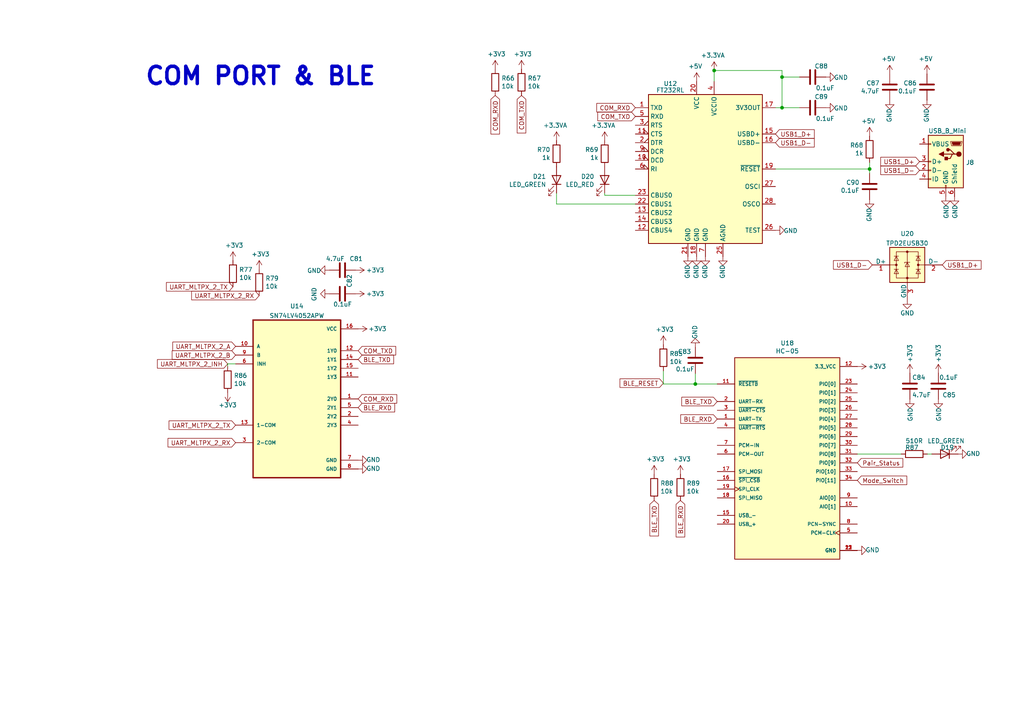
<source format=kicad_sch>
(kicad_sch (version 20211123) (generator eeschema)
  (paper "A4")
  (lib_symbols
    (symbol "Connector:USB_B_Mini" (pin_names (offset 1.016))
      (property "Reference" "J" (at -5.08 11.43 0))
      (property "Value" "USB_B_Mini" (at -5.08 8.89 0))
      (symbol "USB_B_Mini_0_1"
        (rectangle (start -5.08 -7.62) (end 5.08 7.62) (stroke (width 0.254)) (fill (type background)))
        (circle (center -3.81 2.159) (radius 0.635) (stroke (width 0.254)) (fill (type outline)))
        (circle (center -0.635 3.429) (radius 0.381) (stroke (width 0.254)) (fill (type outline)))
        (rectangle (start -0.127 -7.62) (end 0.127 -6.858))
        (polyline (pts (xy -1.905 2.159) (xy 0.635 2.159)) (stroke (width 0.254)))
        (polyline (pts (xy -3.175 2.159) (xy -2.54 2.159) (xy -1.27 3.429) (xy -0.635 3.429)) (stroke (width 0.254)))
        (polyline (pts (xy -2.54 2.159) (xy -1.905 2.159) (xy -1.27 0.889) (xy 0 0.889)) (stroke (width 0.254)))
        (polyline (pts (xy 0.635 2.794) (xy 0.635 1.524) (xy 1.905 2.159) (xy 0.635 2.794)) (stroke (width 0.254)) (fill (type outline)))
        (polyline (pts (xy -4.318 5.588) (xy -1.778 5.588) (xy -2.032 4.826) (xy -4.064 4.826) (xy -4.318 5.588)) (fill (type outline)))
        (polyline (pts (xy -4.699 5.842) (xy -4.699 5.588) (xy -4.445 4.826) (xy -4.445 4.572) (xy -1.651 4.572) (xy -1.651 4.826) (xy -1.397 5.588) (xy -1.397 5.842) (xy -4.699 5.842)))
        (rectangle (start 0.254 1.27) (end -0.508 0.508) (stroke (width 0.254)) (fill (type outline)))
        (rectangle (start 5.08 -5.207) (end 4.318 -4.953))
        (rectangle (start 5.08 -2.667) (end 4.318 -2.413))
        (rectangle (start 5.08 -0.127) (end 4.318 0.127))
        (rectangle (start 5.08 4.953) (end 4.318 5.207))
      )
      (symbol "USB_B_Mini_1_1"
        (pin power_out line (at 7.62 5.08 180) (length 2.54) (name "VBUS") (number "1"))
        (pin bidirectional line (at 7.62 -2.54 180) (length 2.54) (name "D-") (number "2"))
        (pin bidirectional line (at 7.62 0 180) (length 2.54) (name "D+") (number "3"))
        (pin passive line (at 7.62 -5.08 180) (length 2.54) (name "ID") (number "4"))
        (pin power_out line (at 0 -10.16 90) (length 2.54) (name "GND") (number "5"))
        (pin passive line (at -2.54 -10.16 90) (length 2.54) (name "Shield") (number "6"))
      )
    )
    (symbol "Device:C" (pin_numbers hide) (pin_names (offset 0.254))
      (property "Reference" "C" (at 0.635 2.54 0))
      (property "Value" "C" (at 0.635 -2.54 0))
      (symbol "C_0_1"
        (polyline (pts (xy -2.032 -0.762) (xy 2.032 -0.762)) (stroke (width 0.508)))
        (polyline (pts (xy -2.032 0.762) (xy 2.032 0.762)) (stroke (width 0.508)))
      )
      (symbol "C_1_1"
        (pin passive line (at 0 3.81 270) (length 2.794) (name "~") (number "1"))
        (pin passive line (at 0 -3.81 90) (length 2.794) (name "~") (number "2"))
      )
    )
    (symbol "Device:LED" (pin_numbers hide) (pin_names (offset 1.016) hide)
      (property "Reference" "D" (at 0 2.54 0))
      (property "Value" "LED" (at 0 -2.54 0))
      (symbol "LED_0_1"
        (polyline (pts (xy -1.27 -1.27) (xy -1.27 1.27)) (stroke (width 0.254)))
        (polyline (pts (xy -1.27 0) (xy 1.27 0)))
        (polyline (pts (xy 1.27 -1.27) (xy 1.27 1.27) (xy -1.27 0) (xy 1.27 -1.27)) (stroke (width 0.254)))
        (polyline (pts (xy -3.048 -0.762) (xy -4.572 -2.286) (xy -3.81 -2.286) (xy -4.572 -2.286) (xy -4.572 -1.524)))
        (polyline (pts (xy -1.778 -0.762) (xy -3.302 -2.286) (xy -2.54 -2.286) (xy -3.302 -2.286) (xy -3.302 -1.524)))
      )
      (symbol "LED_1_1"
        (pin passive line (at -3.81 0 0) (length 2.54) (name "K") (number "1"))
        (pin passive line (at 3.81 0 180) (length 2.54) (name "A") (number "2"))
      )
    )
    (symbol "Device:R" (pin_numbers hide) (pin_names (offset 0))
      (property "Reference" "R" (at 2.032 0 90))
      (property "Value" "R" (at 0 0 90))
      (symbol "R_0_1"
        (rectangle (start -1.016 -2.54) (end 1.016 2.54) (stroke (width 0.254)))
      )
      (symbol "R_1_1"
        (pin passive line (at 0 3.81 270) (length 1.27) (name "~") (number "1"))
        (pin passive line (at 0 -3.81 90) (length 1.27) (name "~") (number "2"))
      )
    )
    (symbol "Interface_USB:FT232RL"
      (property "Reference" "U" (at -16.51 22.86 0))
      (property "Value" "FT232RL" (at 10.16 22.86 0))
      (symbol "FT232RL_0_1"
        (rectangle (start -16.51 21.59) (end 16.51 -21.59) (stroke (width 0.254)) (fill (type background)))
      )
      (symbol "FT232RL_1_1"
        (pin output line (at 20.32 17.78 180) (length 3.81) (name "TXD") (number "1"))
        (pin input input_low (at 20.32 2.54 180) (length 3.81) (name "DCD") (number "10"))
        (pin input input_low (at 20.32 10.16 180) (length 3.81) (name "CTS") (number "11"))
        (pin bidirectional line (at 20.32 -17.78 180) (length 3.81) (name "CBUS4") (number "12"))
        (pin bidirectional line (at 20.32 -12.7 180) (length 3.81) (name "CBUS2") (number "13"))
        (pin bidirectional line (at 20.32 -15.24 180) (length 3.81) (name "CBUS3") (number "14"))
        (pin bidirectional line (at -20.32 10.16 0) (length 3.81) (name "USBD+") (number "15"))
        (pin bidirectional line (at -20.32 7.62 0) (length 3.81) (name "USBD-") (number "16"))
        (pin power_out line (at -20.32 17.78 0) (length 3.81) (name "3V3OUT") (number "17"))
        (pin power_in line (at 2.54 -25.4 90) (length 3.81) (name "GND") (number "18"))
        (pin input line (at -20.32 0 0) (length 3.81) (name "~{RESET}") (number "19"))
        (pin output output_low (at 20.32 7.62 180) (length 3.81) (name "DTR") (number "2"))
        (pin power_in line (at 2.54 25.4 270) (length 3.81) (name "VCC") (number "20"))
        (pin power_in line (at 5.08 -25.4 90) (length 3.81) (name "GND") (number "21"))
        (pin bidirectional line (at 20.32 -10.16 180) (length 3.81) (name "CBUS1") (number "22"))
        (pin bidirectional line (at 20.32 -7.62 180) (length 3.81) (name "CBUS0") (number "23"))
        (pin power_in line (at -5.08 -25.4 90) (length 3.81) (name "AGND") (number "25"))
        (pin input line (at -20.32 -17.78 0) (length 3.81) (name "TEST") (number "26"))
        (pin input line (at -20.32 -5.08 0) (length 3.81) (name "OSCI") (number "27"))
        (pin output line (at -20.32 -10.16 0) (length 3.81) (name "OSCO") (number "28"))
        (pin output output_low (at 20.32 12.7 180) (length 3.81) (name "RTS") (number "3"))
        (pin power_in line (at -2.54 25.4 270) (length 3.81) (name "VCCIO") (number "4"))
        (pin input line (at 20.32 15.24 180) (length 3.81) (name "RXD") (number "5"))
        (pin input input_low (at 20.32 0 180) (length 3.81) (name "RI") (number "6"))
        (pin power_in line (at 0 -25.4 90) (length 3.81) (name "GND") (number "7"))
        (pin input input_low (at 20.32 5.08 180) (length 3.81) (name "DCR") (number "9"))
      )
    )
    (symbol "Power_Protection:TPD2EUSB30" (pin_names (offset 0))
      (property "Reference" "U" (at 0 6.35 0))
      (property "Value" "TPD2EUSB30" (at 7.62 -7.62 0))
      (symbol "TPD2EUSB30_0_1"
        (rectangle (start -5.08 5.08) (end 5.08 -5.08) (stroke (width 0.254)) (fill (type background)))
        (circle (center -3.175 0) (radius 0.2794) (fill (type outline)))
        (rectangle (start -3.175 3.81) (end 3.175 -3.81))
        (circle (center 0 -3.81) (radius 0.2794) (fill (type outline)))
        (polyline (pts (xy -5.08 0) (xy -3.175 0)))
        (polyline (pts (xy -3.81 -1.27) (xy -2.54 -1.27)))
        (polyline (pts (xy -3.81 2.54) (xy -2.54 2.54)))
        (polyline (pts (xy 0 3.81) (xy 0 -5.08)))
        (polyline (pts (xy 2.54 -1.27) (xy 3.81 -1.27)))
        (polyline (pts (xy 2.54 2.54) (xy 3.81 2.54)))
        (polyline (pts (xy 5.08 0) (xy 3.175 0)))
        (polyline (pts (xy 0.762 0.762) (xy -0.762 0.762) (xy -0.762 0.508)))
        (polyline (pts (xy -2.54 -2.54) (xy -3.81 -2.54) (xy -3.175 -1.27) (xy -2.54 -2.54)))
        (polyline (pts (xy -2.54 1.27) (xy -3.81 1.27) (xy -3.175 2.54) (xy -2.54 1.27)))
        (polyline (pts (xy 0.635 -0.508) (xy -0.635 -0.508) (xy 0 0.762) (xy 0.635 -0.508)))
        (polyline (pts (xy 3.81 -2.54) (xy 2.54 -2.54) (xy 3.175 -1.27) (xy 3.81 -2.54)))
        (polyline (pts (xy 3.81 1.27) (xy 2.54 1.27) (xy 3.175 2.54) (xy 3.81 1.27)))
        (circle (center 0 3.81) (radius 0.2794) (fill (type outline)))
        (circle (center 3.175 0) (radius 0.2794) (fill (type outline)))
      )
      (symbol "TPD2EUSB30_1_1"
        (pin passive line (at -10.16 0 0) (length 5.08) (name "D+") (number "1"))
        (pin passive line (at 10.16 0 180) (length 5.08) (name "D-") (number "2"))
        (pin passive line (at 0 -10.16 90) (length 5.08) (name "GND") (number "3"))
      )
    )
    (symbol "RF:HC-05" (pin_names (offset 1.016))
      (property "Reference" "U" (at -15.24 31.115 0))
      (property "Value" "RF_HC-05" (at -15.24 -30.48 0))
      (symbol "HC-05_0_0"
        (rectangle (start -15.24 -27.94) (end 15.24 30.48) (stroke (width 0.254)) (fill (type background)))
        (pin output line (at -20.32 12.7 0) (length 5.08) (name "UART-TX") (number "1"))
        (pin bidirectional line (at 20.32 -12.7 180) (length 5.08) (name "AIO[1]") (number "10"))
        (pin input line (at -20.32 22.86 0) (length 5.08) (name "~{RESETB}") (number "11"))
        (pin power_in line (at 20.32 27.94 180) (length 5.08) (name "3.3_VCC") (number "12"))
        (pin power_in line (at 20.32 -25.4 180) (length 5.08) (name "GND") (number "13"))
        (pin bidirectional line (at -20.32 -15.24 0) (length 5.08) (name "USB_-") (number "15"))
        (pin input line (at -20.32 -5.08 0) (length 5.08) (name "~{SPI_CSB}") (number "16"))
        (pin input line (at -20.32 -2.54 0) (length 5.08) (name "SPI_MOSI") (number "17"))
        (pin output line (at -20.32 -10.16 0) (length 5.08) (name "SPI_MISO") (number "18"))
        (pin input clock (at -20.32 -7.62 0) (length 5.08) (name "SPI_CLK") (number "19"))
        (pin input line (at -20.32 17.78 0) (length 5.08) (name "UART-RX") (number "2"))
        (pin bidirectional line (at -20.32 -17.78 0) (length 5.08) (name "USB_+") (number "20"))
        (pin power_in line (at 20.32 -25.4 180) (length 5.08) (name "GND") (number "21"))
        (pin power_in line (at 20.32 -25.4 180) (length 5.08) (name "GND") (number "22"))
        (pin bidirectional line (at 20.32 22.86 180) (length 5.08) (name "PIO[0]") (number "23"))
        (pin bidirectional line (at 20.32 20.32 180) (length 5.08) (name "PIO[1]") (number "24"))
        (pin bidirectional line (at 20.32 17.78 180) (length 5.08) (name "PIO[2]") (number "25"))
        (pin bidirectional line (at 20.32 15.24 180) (length 5.08) (name "PIO[3]") (number "26"))
        (pin bidirectional line (at 20.32 12.7 180) (length 5.08) (name "PIO[4]") (number "27"))
        (pin bidirectional line (at 20.32 10.16 180) (length 5.08) (name "PIO[5]") (number "28"))
        (pin bidirectional line (at 20.32 7.62 180) (length 5.08) (name "PIO[6]") (number "29"))
        (pin input line (at -20.32 15.24 0) (length 5.08) (name "~{UART-CTS}") (number "3"))
        (pin bidirectional line (at 20.32 5.08 180) (length 5.08) (name "PIO[7]") (number "30"))
        (pin bidirectional line (at 20.32 2.54 180) (length 5.08) (name "PIO[8]") (number "31"))
        (pin bidirectional line (at 20.32 0 180) (length 5.08) (name "PIO[9]") (number "32"))
        (pin bidirectional line (at 20.32 -2.54 180) (length 5.08) (name "PIO[10]") (number "33"))
        (pin bidirectional line (at 20.32 -5.08 180) (length 5.08) (name "PIO[11]") (number "34"))
        (pin output line (at -20.32 10.16 0) (length 5.08) (name "~{UART-RTS}") (number "4"))
        (pin bidirectional clock (at 20.32 -20.32 180) (length 5.08) (name "PCM-CLK") (number "5"))
        (pin output line (at -20.32 2.54 0) (length 5.08) (name "PCM-OUT") (number "6"))
        (pin input line (at -20.32 5.08 0) (length 5.08) (name "PCM-IN") (number "7"))
        (pin bidirectional line (at 20.32 -17.78 180) (length 5.08) (name "PCN-SYNC") (number "8"))
        (pin bidirectional line (at 20.32 -10.16 180) (length 5.08) (name "AIO[0]") (number "9"))
      )
    )
    (symbol "Symbols:SN74LV4052APW" (pin_names (offset 1.016))
      (property "Reference" "U" (at -12.7 23.8506 0))
      (property "Value" "SN74LV4052APW" (at -12.7 -26.8478 0))
      (symbol "SN74LV4052APW_0_0"
        (rectangle (start -12.7 -22.86) (end 12.7 22.86) (stroke (width 0.4064)) (fill (type background)))
        (pin output line (at 17.78 0 180) (length 5.08) (name "2Y0") (number "1"))
        (pin input line (at -17.78 15.24 0) (length 5.08) (name "A") (number "10"))
        (pin output line (at 17.78 6.35 180) (length 5.08) (name "1Y3") (number "11"))
        (pin output line (at 17.78 13.97 180) (length 5.08) (name "1Y0") (number "12"))
        (pin bidirectional line (at -17.78 -7.62 0) (length 5.08) (name "1-COM") (number "13"))
        (pin output line (at 17.78 11.43 180) (length 5.08) (name "1Y1") (number "14"))
        (pin output line (at 17.78 8.89 180) (length 5.08) (name "1Y2") (number "15"))
        (pin power_in line (at 17.78 20.32 180) (length 5.08) (name "VCC") (number "16"))
        (pin output line (at 17.78 -5.08 180) (length 5.08) (name "2Y2") (number "2"))
        (pin bidirectional line (at -17.78 -12.7 0) (length 5.08) (name "2-COM") (number "3"))
        (pin output line (at 17.78 -7.62 180) (length 5.08) (name "2Y3") (number "4"))
        (pin output line (at 17.78 -2.54 180) (length 5.08) (name "2Y1") (number "5"))
        (pin input line (at -17.78 10.16 0) (length 5.08) (name "INH") (number "6"))
        (pin power_in line (at 17.78 -17.78 180) (length 5.08) (name "GND") (number "7"))
        (pin power_in line (at 17.78 -20.32 180) (length 5.08) (name "GND") (number "8"))
        (pin input line (at -17.78 12.7 0) (length 5.08) (name "B") (number "9"))
      )
    )
    (symbol "power:+3.3V" (power) (pin_names (offset 0))
      (property "Value" "+3.3V" (at 0 3.556 0))
      (symbol "+3.3V_0_1"
        (polyline (pts (xy -0.762 1.27) (xy 0 2.54)))
        (polyline (pts (xy 0 0) (xy 0 2.54)))
        (polyline (pts (xy 0 2.54) (xy 0.762 1.27)))
      )
      (symbol "+3.3V_1_1"
        (pin power_in line (at 0 0 90) (length 0) hide (name "+3V3") (number "1"))
      )
    )
    (symbol "power:+3.3VA" (power) (pin_names (offset 0))
      (property "Value" "+3.3VA" (at 0 3.556 0))
      (symbol "+3.3VA_0_1"
        (polyline (pts (xy -0.762 1.27) (xy 0 2.54)))
        (polyline (pts (xy 0 0) (xy 0 2.54)))
        (polyline (pts (xy 0 2.54) (xy 0.762 1.27)))
      )
      (symbol "+3.3VA_1_1"
        (pin power_in line (at 0 0 90) (length 0) hide (name "+3.3VA") (number "1"))
      )
    )
    (symbol "power:+5V" (power) (pin_names (offset 0))
      (property "Value" "+5V" (at 0 3.556 0))
      (symbol "+5V_0_1"
        (polyline (pts (xy -0.762 1.27) (xy 0 2.54)))
        (polyline (pts (xy 0 0) (xy 0 2.54)))
        (polyline (pts (xy 0 2.54) (xy 0.762 1.27)))
      )
      (symbol "+5V_1_1"
        (pin power_in line (at 0 0 90) (length 0) hide (name "+5V") (number "1"))
      )
    )
    (symbol "power:GND" (power) (pin_names (offset 0))
      (property "Value" "GND" (at 0 -3.81 0))
      (symbol "GND_0_1"
        (polyline (pts (xy 0 0) (xy 0 -1.27) (xy 1.27 -1.27) (xy 0 -2.54) (xy -1.27 -1.27) (xy 0 -1.27)))
      )
      (symbol "GND_1_1"
        (pin power_in line (at 0 0 270) (length 0) hide (name "GND") (number "1"))
      )
    )
  )
  (junction (at 252.222 49.022))
  (junction (at 226.822 31.242))
  (junction (at 201.676 111.379))
  (junction (at 226.822 22.352))
  (junction (at 207.137 20.447))
  (wire (pts (xy 66.04 105.537) (xy 68.326 105.537)))
  (wire (pts (xy 184.277 56.642) (xy 175.387 56.642)))
  (wire (pts (xy 192.405 111.379) (xy 201.676 111.379)))
  (wire (pts (xy 226.822 20.447) (xy 226.822 22.352)))
  (wire (pts (xy 261.366 131.699) (xy 248.666 131.699)))
  (wire (pts (xy 201.676 108.331) (xy 201.676 111.379)))
  (wire (pts (xy 161.417 56.007) (xy 161.417 59.182)))
  (wire (pts (xy 270.256 131.699) (xy 268.986 131.699)))
  (wire (pts (xy 252.222 50.292) (xy 252.222 49.022)))
  (wire (pts (xy 224.917 49.022) (xy 252.222 49.022)))
  (wire (pts (xy 226.822 22.352) (xy 226.822 31.242)))
  (wire (pts (xy 226.822 31.242) (xy 231.902 31.242)))
  (wire (pts (xy 66.04 106.299) (xy 66.04 105.537)))
  (wire (pts (xy 207.137 23.622) (xy 207.137 20.447)))
  (wire (pts (xy 231.902 22.352) (xy 226.822 22.352)))
  (wire (pts (xy 184.277 59.182) (xy 161.417 59.182)))
  (wire (pts (xy 201.676 111.379) (xy 208.026 111.379)))
  (wire (pts (xy 207.137 20.447) (xy 226.822 20.447)))
  (wire (pts (xy 175.387 56.642) (xy 175.387 56.007)))
  (wire (pts (xy 224.917 31.242) (xy 226.822 31.242)))
  (wire (pts (xy 192.405 111.379) (xy 192.405 107.569)))
  (wire (pts (xy 252.222 49.022) (xy 252.222 47.117)))
  (text "COM PORT & BLE" (at 41.783 25.146 0) (effects (font (size 5.0038 5.0038) (thickness 1.0008) bold) (justify left bottom)))
  (global_label "COM_RXD" (shape input) (at 184.277 31.242 180) (property "Intersheet References" "${INTERSHEET_REFS}" (effects hide)))
  (global_label "BLE_RXD" (shape input) (at 208.026 121.539 180) (property "Intersheet References" "${INTERSHEET_REFS}" (effects hide)))
  (global_label "UART_MLTPX_2_INH" (shape input) (at 66.04 105.537 180) (property "Intersheet References" "${INTERSHEET_REFS}" (effects hide)))
  (global_label "UART_MLTPX_2_RX" (shape input) (at 75.184 85.725 180) (property "Intersheet References" "${INTERSHEET_REFS}" (effects hide)))
  (global_label "BLE_TXD" (shape input) (at 103.886 104.267 0) (property "Intersheet References" "${INTERSHEET_REFS}" (effects hide)))
  (global_label "BLE_RXD" (shape input) (at 103.886 118.237 0) (property "Intersheet References" "${INTERSHEET_REFS}" (effects hide)))
  (global_label "UART_MLTPX_2_A" (shape input) (at 68.326 100.457 180) (property "Intersheet References" "${INTERSHEET_REFS}" (effects hide)))
  (global_label "BLE_RXD" (shape input) (at 197.358 145.161 270) (property "Intersheet References" "${INTERSHEET_REFS}" (effects hide)))
  (global_label "UART_MLTPX_2_RX" (shape input) (at 68.326 128.397 180) (property "Intersheet References" "${INTERSHEET_REFS}" (effects hide)))
  (global_label "UART_MLTPX_2_TX" (shape input) (at 67.564 83.185 180) (property "Intersheet References" "${INTERSHEET_REFS}" (effects hide)))
  (global_label "Mode_Switch" (shape input) (at 248.666 139.319 0) (property "Intersheet References" "${INTERSHEET_REFS}" (effects hide)))
  (global_label "COM_TXD" (shape input) (at 103.886 101.727 0) (property "Intersheet References" "${INTERSHEET_REFS}" (effects hide)))
  (global_label "BLE_TXD" (shape input) (at 208.026 116.459 180) (property "Intersheet References" "${INTERSHEET_REFS}" (effects hide)))
  (global_label "COM_TXD" (shape input) (at 184.277 33.782 180) (property "Intersheet References" "${INTERSHEET_REFS}" (effects hide)))
  (global_label "UART_MLTPX_2_TX" (shape input) (at 68.326 123.317 180) (property "Intersheet References" "${INTERSHEET_REFS}" (effects hide)))
  (global_label "COM_RXD" (shape input) (at 143.637 27.686 270) (property "Intersheet References" "${INTERSHEET_REFS}" (effects hide)))
  (global_label "BLE_TXD" (shape input) (at 189.738 145.161 270) (property "Intersheet References" "${INTERSHEET_REFS}" (effects hide)))
  (global_label "COM_TXD" (shape input) (at 151.257 27.686 270) (property "Intersheet References" "${INTERSHEET_REFS}" (effects hide)))
  (global_label "Pair_Status" (shape input) (at 248.666 134.239 0) (property "Intersheet References" "${INTERSHEET_REFS}" (effects hide)))
  (global_label "USB1_D+" (shape input) (at 273.304 76.835 0) (property "Intersheet References" "${INTERSHEET_REFS}" (effects hide)))
  (global_label "UART_MLTPX_2_B" (shape input) (at 68.326 102.997 180) (property "Intersheet References" "${INTERSHEET_REFS}" (effects hide)))
  (global_label "USB1_D+" (shape input) (at 224.917 38.862 0) (property "Intersheet References" "${INTERSHEET_REFS}" (effects hide)))
  (global_label "COM_RXD" (shape input) (at 103.886 115.697 0) (property "Intersheet References" "${INTERSHEET_REFS}" (effects hide)))
  (global_label "USB1_D-" (shape input) (at 266.7 49.403 180) (property "Intersheet References" "${INTERSHEET_REFS}" (effects hide)))
  (global_label "BLE_RESET" (shape input) (at 192.405 111.125 180) (property "Intersheet References" "${INTERSHEET_REFS}" (effects hide)))
  (global_label "USB1_D-" (shape input) (at 224.917 41.402 0) (property "Intersheet References" "${INTERSHEET_REFS}" (effects hide)))
  (global_label "USB1_D+" (shape input) (at 266.7 46.863 180) (property "Intersheet References" "${INTERSHEET_REFS}" (effects hide)))
  (global_label "USB1_D-" (shape input) (at 252.984 76.835 180) (property "Intersheet References" "${INTERSHEET_REFS}" (effects hide)))
  (symbol (lib_id "Device:LED") (at 161.417 52.197 270) (mirror x) (unit 1)
    (property "Reference" "D21" (at 158.4198 51.2064 90) (effects (justify right)))
    (property "Value" "LED_GREEN" (at 158.4198 53.5178 90) (effects (justify right)))
    (property "Footprint" "LED_SMD:LED_0603_1608Metric" (effects hide))
  )
  (symbol (lib_id "Device:R") (at 67.564 79.375 0) (unit 1)
    (property "Reference" "R77" (at 69.342 78.2066 0) (effects (justify left)))
    (property "Value" "10k" (at 69.342 80.518 0) (effects (justify left)))
    (property "Footprint" "Resistor_SMD:R_0603_1608Metric" (effects hide))
  )
  (symbol (lib_id "power:GND") (at 248.666 159.639 90) (unit 1)
    (property "Reference" "#PWR088" (effects hide))
    (property "Value" "GND" (at 253.0602 159.512 90))
  )
  (symbol (lib_id "power:+3.3V") (at 75.184 78.105 0) (unit 1)
    (property "Reference" "#PWR066" (effects hide))
    (property "Value" "+3.3V" (at 75.565 73.7108 0))
  )
  (symbol (lib_id "Device:R") (at 66.04 110.109 180) (unit 1)
    (property "Reference" "R86" (at 67.818 108.9406 0) (effects (justify right)))
    (property "Value" "10k" (at 67.818 111.252 0) (effects (justify right)))
    (property "Footprint" "Resistor_SMD:R_0603_1608Metric" (effects hide))
  )
  (symbol (lib_id "Device:C") (at 263.906 112.014 0) (unit 1)
    (property "Reference" "C84" (at 264.541 109.474 0) (effects (justify left)))
    (property "Value" "4.7uF" (at 264.541 114.554 0) (effects (justify left)))
    (property "Footprint" "Capacitor_SMD:C_0805_2012Metric" (effects hide))
  )
  (symbol (lib_id "Device:LED") (at 274.066 131.699 180) (unit 1)
    (property "Reference" "D19" (at 272.796 129.794 0) (effects (justify right)))
    (property "Value" "LED_GREEN" (at 268.986 127.889 0) (effects (justify right)))
    (property "Footprint" "LED_SMD:LED_0603_1608Metric" (effects hide))
  )
  (symbol (lib_id "Device:R") (at 143.637 23.876 0) (unit 1)
    (property "Reference" "R66" (at 145.415 22.7076 0) (effects (justify left)))
    (property "Value" "10k" (at 145.415 25.019 0) (effects (justify left)))
    (property "Footprint" "Resistor_SMD:R_0603_1608Metric" (effects hide))
  )
  (symbol (lib_id "Device:R") (at 175.387 44.577 0) (mirror y) (unit 1)
    (property "Reference" "R69" (at 173.609 43.4086 0) (effects (justify left)))
    (property "Value" "1k" (at 173.609 45.72 0) (effects (justify left)))
    (property "Footprint" "Resistor_SMD:R_0603_1608Metric" (effects hide))
  )
  (symbol (lib_id "power:+3.3V") (at 189.738 137.541 0) (unit 1)
    (property "Reference" "#PWR083" (effects hide))
    (property "Value" "+3.3V" (at 190.119 133.1468 0))
  )
  (symbol (lib_id "power:GND") (at 276.86 57.023 0) (unit 1)
    (property "Reference" "#PWR0332" (effects hide))
    (property "Value" "GND" (at 276.987 61.4172 90))
  )
  (symbol (lib_id "Device:C") (at 252.222 54.102 0) (mirror y) (unit 1)
    (property "Reference" "C90" (at 249.301 52.9336 0) (effects (justify left)))
    (property "Value" "0.1uF" (at 249.301 55.245 0) (effects (justify left)))
    (property "Footprint" "Capacitor_SMD:C_0603_1608Metric" (effects hide))
  )
  (symbol (lib_id "Device:C") (at 268.859 25.273 0) (mirror y) (unit 1)
    (property "Reference" "C86" (at 265.938 24.1046 0) (effects (justify left)))
    (property "Value" "0.1uF" (at 265.938 26.416 0) (effects (justify left)))
    (property "Footprint" "Capacitor_SMD:C_0603_1608Metric" (effects hide))
  )
  (symbol (lib_id "Device:C") (at 235.712 22.352 90) (mirror x) (unit 1)
    (property "Reference" "C88" (at 240.157 19.177 90) (effects (justify left)))
    (property "Value" "0.1uF" (at 242.062 25.527 90) (effects (justify left)))
    (property "Footprint" "Capacitor_SMD:C_0603_1608Metric" (effects hide))
  )
  (symbol (lib_id "power:GND") (at 263.144 86.995 0) (unit 1)
    (property "Reference" "#PWR0160" (effects hide))
    (property "Value" "GND" (at 263.144 90.805 0))
  )
  (symbol (lib_id "power:GND") (at 204.597 74.422 0) (mirror y) (unit 1)
    (property "Reference" "#PWR0339" (effects hide))
    (property "Value" "GND" (at 204.47 78.8162 90))
  )
  (symbol (lib_id "power:GND") (at 268.859 29.083 0) (mirror y) (unit 1)
    (property "Reference" "#PWR0323" (effects hide))
    (property "Value" "GND" (at 268.732 33.4772 90))
  )
  (symbol (lib_id "Connector:USB_B_Mini") (at 274.32 46.863 0) (mirror y) (unit 1)
    (property "Reference" "J8" (at 280.162 47.1424 0) (effects (justify right)))
    (property "Value" "USB_B_Mini" (at 269.24 37.973 0) (effects (justify right)))
    (property "Footprint" "Connector_USB:USB_Mini-B_Lumberg_2486_01_Horizontal" (effects hide))
  )
  (symbol (lib_id "Symbols:SN74LV4052APW") (at 86.106 115.697 0) (unit 1)
    (property "Reference" "U14" (at 86.106 88.7943 0))
    (property "Value" "SN74LV4052APW" (at 86.106 91.5694 0))
    (property "Footprint" "Package_SO:TSSOP-16_4.4x5mm_P0.65mm" (effects hide))
  )
  (symbol (lib_id "power:GND") (at 95.504 78.359 270) (unit 1)
    (property "Reference" "#PWR067" (effects hide))
    (property "Value" "GND" (at 91.1098 78.486 90))
  )
  (symbol (lib_id "power:GND") (at 272.161 115.824 0) (unit 1)
    (property "Reference" "#PWR079" (effects hide))
    (property "Value" "GND" (at 272.288 120.2182 90))
  )
  (symbol (lib_id "power:+5V") (at 252.222 39.497 0) (mirror y) (unit 1)
    (property "Reference" "#PWR0319" (effects hide))
    (property "Value" "+5V" (at 251.841 35.1028 0))
  )
  (symbol (lib_id "power:GND") (at 201.676 100.711 180) (unit 1)
    (property "Reference" "#PWR073" (effects hide))
    (property "Value" "GND" (at 201.549 96.3168 90))
  )
  (symbol (lib_id "power:+3.3V") (at 192.405 99.949 0) (unit 1)
    (property "Reference" "#PWR072" (effects hide))
    (property "Value" "+3.3V" (at 192.786 95.5548 0))
  )
  (symbol (lib_id "power:+3.3V") (at 66.04 113.919 180) (unit 1)
    (property "Reference" "#PWR077" (effects hide))
    (property "Value" "+3.3V" (at 66.04 117.475 0))
  )
  (symbol (lib_id "power:+3.3V") (at 272.161 108.204 0) (unit 1)
    (property "Reference" "#PWR076" (effects hide))
    (property "Value" "+3.3V" (at 272.161 102.489 90))
  )
  (symbol (lib_id "power:+3.3V") (at 151.257 20.066 0) (unit 1)
    (property "Reference" "#PWR0329" (effects hide))
    (property "Value" "+3.3V" (at 151.638 15.6718 0))
  )
  (symbol (lib_id "Device:R") (at 189.738 141.351 0) (unit 1)
    (property "Reference" "R88" (at 191.516 140.1826 0) (effects (justify left)))
    (property "Value" "10k" (at 191.516 142.494 0) (effects (justify left)))
    (property "Footprint" "Resistor_SMD:R_0603_1608Metric" (effects hide))
  )
  (symbol (lib_id "Device:R") (at 151.257 23.876 0) (unit 1)
    (property "Reference" "R67" (at 153.035 22.7076 0) (effects (justify left)))
    (property "Value" "10k" (at 153.035 25.019 0) (effects (justify left)))
    (property "Footprint" "Resistor_SMD:R_0603_1608Metric" (effects hide))
  )
  (symbol (lib_id "power:GND") (at 258.064 29.083 0) (mirror y) (unit 1)
    (property "Reference" "#PWR0325" (effects hide))
    (property "Value" "GND" (at 257.937 33.4772 90))
  )
  (symbol (lib_id "Interface_USB:FT232RL") (at 204.597 49.022 0) (mirror y) (unit 1)
    (property "Reference" "U12" (at 194.437 24.257 0))
    (property "Value" "FT232RL" (at 194.437 26.162 0))
    (property "Footprint" "Package_SO:SSOP-28_5.3x10.2mm_P0.65mm" (effects hide))
    (property "Datasheet" "https://www.ftdichip.com/Support/Documents/DataSheets/ICs/DS_FT232R.pdf" (effects hide))
  )
  (symbol (lib_id "Device:R") (at 252.222 43.307 0) (mirror y) (unit 1)
    (property "Reference" "R68" (at 250.444 42.1386 0) (effects (justify left)))
    (property "Value" "1k" (at 250.444 44.45 0) (effects (justify left)))
    (property "Footprint" "Resistor_SMD:R_0603_1608Metric" (effects hide))
  )
  (symbol (lib_id "Device:C") (at 99.314 78.359 270) (unit 1)
    (property "Reference" "C81" (at 101.346 75.057 90) (effects (justify left)))
    (property "Value" "4.7uF" (at 94.488 75.057 90) (effects (justify left)))
    (property "Footprint" "Capacitor_SMD:C_0805_2012Metric" (effects hide))
  )
  (symbol (lib_id "power:+3.3VA") (at 161.417 40.767 0) (mirror y) (unit 1)
    (property "Reference" "#PWR0334" (effects hide))
    (property "Value" "+3.3VA" (at 161.036 36.3728 0))
  )
  (symbol (lib_id "power:+3.3VA") (at 207.137 20.447 0) (mirror y) (unit 1)
    (property "Reference" "#PWR0330" (effects hide))
    (property "Value" "+3.3VA" (at 206.756 16.0528 0))
  )
  (symbol (lib_id "Device:C") (at 235.712 31.242 90) (mirror x) (unit 1)
    (property "Reference" "C89" (at 240.157 28.067 90) (effects (justify left)))
    (property "Value" "0.1uF" (at 242.062 34.417 90) (effects (justify left)))
    (property "Footprint" "Capacitor_SMD:C_0603_1608Metric" (effects hide))
  )
  (symbol (lib_id "Device:R") (at 192.405 103.759 0) (unit 1)
    (property "Reference" "R85" (at 194.183 102.5906 0) (effects (justify left)))
    (property "Value" "10k" (at 194.183 104.902 0) (effects (justify left)))
    (property "Footprint" "Resistor_SMD:R_0603_1608Metric" (effects hide))
  )
  (symbol (lib_id "power:GND") (at 202.057 74.422 0) (mirror y) (unit 1)
    (property "Reference" "#PWR0338" (effects hide))
    (property "Value" "GND" (at 201.93 78.8162 90))
  )
  (symbol (lib_id "power:GND") (at 263.906 115.824 0) (unit 1)
    (property "Reference" "#PWR078" (effects hide))
    (property "Value" "GND" (at 264.033 120.2182 90))
  )
  (symbol (lib_id "power:GND") (at 95.504 85.217 270) (unit 1)
    (property "Reference" "#PWR069" (effects hide))
    (property "Value" "GND" (at 91.1098 85.344 0))
  )
  (symbol (lib_id "power:GND") (at 103.886 133.477 90) (unit 1)
    (property "Reference" "#PWR081" (effects hide))
    (property "Value" "GND" (at 108.2802 133.35 90))
  )
  (symbol (lib_id "power:+3.3V") (at 263.906 108.204 0) (unit 1)
    (property "Reference" "#PWR075" (effects hide))
    (property "Value" "+3.3V" (at 263.906 102.489 90))
  )
  (symbol (lib_id "power:GND") (at 224.917 66.802 90) (mirror x) (unit 1)
    (property "Reference" "#PWR0327" (effects hide))
    (property "Value" "GND" (at 229.3112 66.929 90))
  )
  (symbol (lib_id "power:+3.3V") (at 103.124 78.359 270) (unit 1)
    (property "Reference" "#PWR068" (effects hide))
    (property "Value" "+3.3V" (at 108.839 78.359 90))
  )
  (symbol (lib_id "power:GND") (at 209.677 74.422 0) (mirror y) (unit 1)
    (property "Reference" "#PWR0337" (effects hide))
    (property "Value" "GND" (at 209.55 78.8162 90))
  )
  (symbol (lib_id "power:+3.3V") (at 67.564 75.565 0) (unit 1)
    (property "Reference" "#PWR065" (effects hide))
    (property "Value" "+3.3V" (at 67.945 71.1708 0))
  )
  (symbol (lib_id "power:+3.3V") (at 248.666 106.299 270) (unit 1)
    (property "Reference" "#PWR074" (effects hide))
    (property "Value" "+3.3V" (at 254.381 106.299 90))
  )
  (symbol (lib_id "power:GND") (at 277.876 131.699 90) (unit 1)
    (property "Reference" "#PWR080" (effects hide))
    (property "Value" "GND" (at 282.2702 131.572 90))
  )
  (symbol (lib_id "power:+3.3VA") (at 175.387 40.767 0) (mirror y) (unit 1)
    (property "Reference" "#PWR0335" (effects hide))
    (property "Value" "+3.3VA" (at 175.006 36.3728 0))
  )
  (symbol (lib_id "power:+3.3V") (at 197.358 137.541 0) (unit 1)
    (property "Reference" "#PWR084" (effects hide))
    (property "Value" "+3.3V" (at 197.739 133.1468 0))
  )
  (symbol (lib_id "Power_Protection:TPD2EUSB30") (at 263.144 76.835 0) (unit 1)
    (property "Reference" "U20" (at 263.144 67.7885 0))
    (property "Value" "TPD2EUSB30" (at 263.144 70.5636 0))
    (property "Footprint" "Package_TO_SOT_SMD:Texas_DRT-3" (effects hide))
    (property "Datasheet" "http://www.ti.com/lit/ds/symlink/tpd2eusb30a.pdf" (effects hide))
  )
  (symbol (lib_id "power:+5V") (at 202.057 23.622 0) (mirror y) (unit 1)
    (property "Reference" "#PWR0331" (effects hide))
    (property "Value" "+5V" (at 201.676 19.2278 0))
  )
  (symbol (lib_id "power:+3.3V") (at 143.637 20.066 0) (unit 1)
    (property "Reference" "#PWR0328" (effects hide))
    (property "Value" "+3.3V" (at 144.018 15.6718 0))
  )
  (symbol (lib_id "Device:C") (at 258.064 25.273 0) (mirror y) (unit 1)
    (property "Reference" "C87" (at 255.143 24.1046 0) (effects (justify left)))
    (property "Value" "4.7uF" (at 255.143 26.416 0) (effects (justify left)))
    (property "Footprint" "Capacitor_SMD:C_0805_2012Metric" (effects hide))
  )
  (symbol (lib_id "Device:C") (at 272.161 112.014 180) (unit 1)
    (property "Reference" "C85" (at 277.241 114.554 0) (effects (justify left)))
    (property "Value" "0.1uF" (at 277.876 109.474 0) (effects (justify left)))
    (property "Footprint" "Capacitor_SMD:C_0603_1608Metric" (effects hide))
  )
  (symbol (lib_id "power:GND") (at 103.886 136.017 90) (unit 1)
    (property "Reference" "#PWR082" (effects hide))
    (property "Value" "GND" (at 108.2802 135.89 90))
  )
  (symbol (lib_id "Device:R") (at 161.417 44.577 0) (mirror y) (unit 1)
    (property "Reference" "R70" (at 159.639 43.4086 0) (effects (justify left)))
    (property "Value" "1k" (at 159.639 45.72 0) (effects (justify left)))
    (property "Footprint" "Resistor_SMD:R_0603_1608Metric" (effects hide))
  )
  (symbol (lib_id "power:+3.3V") (at 103.124 85.217 270) (unit 1)
    (property "Reference" "#PWR070" (effects hide))
    (property "Value" "+3.3V" (at 108.839 85.217 90))
  )
  (symbol (lib_id "power:+3.3V") (at 103.886 95.377 270) (unit 1)
    (property "Reference" "#PWR071" (effects hide))
    (property "Value" "+3.3V" (at 109.474 95.377 90))
  )
  (symbol (lib_id "Device:R") (at 265.176 131.699 270) (unit 1)
    (property "Reference" "R87" (at 266.446 129.794 90) (effects (justify right)))
    (property "Value" "510R" (at 267.716 127.889 90) (effects (justify right)))
    (property "Footprint" "Resistor_SMD:R_0603_1608Metric" (effects hide))
  )
  (symbol (lib_id "power:+5V") (at 268.859 21.463 0) (mirror y) (unit 1)
    (property "Reference" "#PWR0322" (effects hide))
    (property "Value" "+5V" (at 268.478 17.0688 0))
  )
  (symbol (lib_id "power:GND") (at 239.522 22.352 90) (mirror x) (unit 1)
    (property "Reference" "#PWR0320" (effects hide))
    (property "Value" "GND" (at 243.9162 22.479 90))
  )
  (symbol (lib_id "Device:R") (at 197.358 141.351 0) (unit 1)
    (property "Reference" "R89" (at 199.136 140.1826 0) (effects (justify left)))
    (property "Value" "10k" (at 199.136 142.494 0) (effects (justify left)))
    (property "Footprint" "Resistor_SMD:R_0603_1608Metric" (effects hide))
  )
  (symbol (lib_id "Device:LED") (at 175.387 52.197 270) (mirror x) (unit 1)
    (property "Reference" "D20" (at 172.3898 51.2064 90) (effects (justify right)))
    (property "Value" "LED_RED" (at 172.3898 53.5178 90) (effects (justify right)))
    (property "Footprint" "LED_SMD:LED_0603_1608Metric" (effects hide))
  )
  (symbol (lib_id "power:+5V") (at 258.064 21.463 0) (mirror y) (unit 1)
    (property "Reference" "#PWR0324" (effects hide))
    (property "Value" "+5V" (at 257.683 17.0688 0))
  )
  (symbol (lib_id "power:GND") (at 199.517 74.422 0) (mirror y) (unit 1)
    (property "Reference" "#PWR0336" (effects hide))
    (property "Value" "GND" (at 199.39 78.8162 90))
  )
  (symbol (lib_id "power:GND") (at 252.222 57.912 0) (mirror y) (unit 1)
    (property "Reference" "#PWR0326" (effects hide))
    (property "Value" "GND" (at 252.095 62.3062 90))
  )
  (symbol (lib_id "Device:C") (at 201.676 104.521 0) (unit 1)
    (property "Reference" "C83" (at 196.596 101.981 0) (effects (justify left)))
    (property "Value" "0.1uF" (at 195.961 107.061 0) (effects (justify left)))
    (property "Footprint" "Capacitor_SMD:C_0603_1608Metric" (effects hide))
  )
  (symbol (lib_id "Device:C") (at 99.314 85.217 90) (unit 1)
    (property "Reference" "C82" (at 101.346 83.439 0) (effects (justify left)))
    (property "Value" "0.1uF" (at 102.108 88.265 90) (effects (justify left)))
    (property "Footprint" "Capacitor_SMD:C_0603_1608Metric" (effects hide))
  )
  (symbol (lib_id "power:GND") (at 274.32 57.023 0) (unit 1)
    (property "Reference" "#PWR0333" (effects hide))
    (property "Value" "GND" (at 274.447 61.4172 90))
  )
  (symbol (lib_id "RF:HC-05") (at 228.346 134.239 0) (unit 1)
    (property "Reference" "U18" (at 228.346 99.5172 0))
    (property "Value" "HC-05" (at 228.346 101.8286 0))
    (property "Footprint" "Footprint:HC-05" (effects hide))
  )
  (symbol (lib_id "power:GND") (at 239.522 31.242 90) (mirror x) (unit 1)
    (property "Reference" "#PWR0321" (effects hide))
    (property "Value" "GND" (at 243.9162 31.369 90))
  )
  (symbol (lib_id "Device:R") (at 75.184 81.915 0) (unit 1)
    (property "Reference" "R79" (at 76.962 80.7466 0) (effects (justify left)))
    (property "Value" "10k" (at 76.962 83.058 0) (effects (justify left)))
    (property "Footprint" "Resistor_SMD:R_0603_1608Metric" (effects hide))
  )
)
</source>
